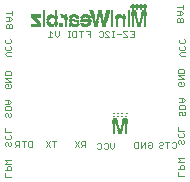
<source format=gbo>
G75*
%MOIN*%
%OFA0B0*%
%FSLAX24Y24*%
%IPPOS*%
%LPD*%
%AMOC8*
5,1,8,0,0,1.08239X$1,22.5*
%
%ADD10C,0.0040*%
%ADD11R,0.0042X0.0007*%
%ADD12R,0.0035X0.0007*%
%ADD13R,0.0028X0.0007*%
%ADD14R,0.0099X0.0007*%
%ADD15R,0.0106X0.0007*%
%ADD16R,0.0092X0.0007*%
%ADD17R,0.0120X0.0007*%
%ADD18R,0.0113X0.0007*%
%ADD19R,0.0085X0.0007*%
%ADD20R,0.0333X0.0007*%
%ADD21R,0.0099X0.0007*%
%ADD22R,0.0106X0.0007*%
%ADD23R,0.0092X0.0007*%
%ADD24R,0.0163X0.0007*%
%ADD25R,0.0149X0.0007*%
%ADD26R,0.0092X0.0007*%
%ADD27R,0.0127X0.0007*%
%ADD28R,0.0333X0.0007*%
%ADD29R,0.0099X0.0007*%
%ADD30R,0.0106X0.0007*%
%ADD31R,0.0092X0.0007*%
%ADD32R,0.0113X0.0007*%
%ADD33R,0.0191X0.0007*%
%ADD34R,0.0177X0.0007*%
%ADD35R,0.0092X0.0007*%
%ADD36R,0.0149X0.0007*%
%ADD37R,0.0333X0.0007*%
%ADD38R,0.0120X0.0007*%
%ADD39R,0.0212X0.0007*%
%ADD40R,0.0191X0.0007*%
%ADD41R,0.0092X0.0007*%
%ADD42R,0.0177X0.0007*%
%ADD43R,0.0120X0.0007*%
%ADD44R,0.0234X0.0007*%
%ADD45R,0.0205X0.0007*%
%ADD46R,0.0099X0.0007*%
%ADD47R,0.0120X0.0007*%
%ADD48R,0.0092X0.0007*%
%ADD49R,0.0113X0.0007*%
%ADD50R,0.0120X0.0007*%
%ADD51R,0.0255X0.0007*%
%ADD52R,0.0220X0.0007*%
%ADD53R,0.0092X0.0007*%
%ADD54R,0.0106X0.0007*%
%ADD55R,0.0198X0.0007*%
%ADD56R,0.0333X0.0007*%
%ADD57R,0.0135X0.0007*%
%ADD58R,0.0127X0.0007*%
%ADD59R,0.0269X0.0007*%
%ADD60R,0.0326X0.0007*%
%ADD61R,0.0212X0.0007*%
%ADD62R,0.0135X0.0007*%
%ADD63R,0.0127X0.0007*%
%ADD64R,0.0127X0.0007*%
%ADD65R,0.0283X0.0007*%
%ADD66R,0.0333X0.0007*%
%ADD67R,0.0227X0.0007*%
%ADD68R,0.0135X0.0007*%
%ADD69R,0.0127X0.0007*%
%ADD70R,0.0290X0.0007*%
%ADD71R,0.0333X0.0007*%
%ADD72R,0.0135X0.0007*%
%ADD73R,0.0297X0.0007*%
%ADD74R,0.0340X0.0007*%
%ADD75R,0.0149X0.0007*%
%ADD76R,0.0135X0.0007*%
%ADD77R,0.0142X0.0007*%
%ADD78R,0.0312X0.0007*%
%ADD79R,0.0156X0.0007*%
%ADD80R,0.0340X0.0007*%
%ADD81R,0.0142X0.0007*%
%ADD82R,0.0120X0.0007*%
%ADD83R,0.0142X0.0007*%
%ADD84R,0.0326X0.0007*%
%ADD85R,0.0149X0.0007*%
%ADD86R,0.0142X0.0007*%
%ADD87R,0.0106X0.0007*%
%ADD88R,0.0127X0.0007*%
%ADD89R,0.0135X0.0007*%
%ADD90R,0.0113X0.0007*%
%ADD91R,0.0163X0.0007*%
%ADD92R,0.0163X0.0007*%
%ADD93R,0.0156X0.0007*%
%ADD94R,0.0113X0.0007*%
%ADD95R,0.0120X0.0007*%
%ADD96R,0.0163X0.0007*%
%ADD97R,0.0163X0.0007*%
%ADD98R,0.0085X0.0007*%
%ADD99R,0.0170X0.0007*%
%ADD100R,0.0177X0.0007*%
%ADD101R,0.0085X0.0007*%
%ADD102R,0.0078X0.0007*%
%ADD103R,0.0177X0.0007*%
%ADD104R,0.0106X0.0007*%
%ADD105R,0.0113X0.0007*%
%ADD106R,0.0085X0.0007*%
%ADD107R,0.0177X0.0007*%
%ADD108R,0.0085X0.0007*%
%ADD109R,0.0177X0.0007*%
%ADD110R,0.0177X0.0007*%
%ADD111R,0.0099X0.0007*%
%ADD112R,0.0184X0.0007*%
%ADD113R,0.0099X0.0007*%
%ADD114R,0.0368X0.0007*%
%ADD115R,0.0191X0.0007*%
%ADD116R,0.0368X0.0007*%
%ADD117R,0.0163X0.0007*%
%ADD118R,0.0184X0.0007*%
%ADD119R,0.0368X0.0007*%
%ADD120R,0.0290X0.0007*%
%ADD121R,0.0113X0.0007*%
%ADD122R,0.0085X0.0007*%
%ADD123R,0.0368X0.0007*%
%ADD124R,0.0276X0.0007*%
%ADD125R,0.0361X0.0007*%
%ADD126R,0.0255X0.0007*%
%ADD127R,0.0085X0.0007*%
%ADD128R,0.0361X0.0007*%
%ADD129R,0.0220X0.0007*%
%ADD130R,0.0361X0.0007*%
%ADD131R,0.0099X0.0007*%
%ADD132R,0.0106X0.0007*%
%ADD133R,0.0106X0.0007*%
%ADD134R,0.0120X0.0007*%
%ADD135R,0.0219X0.0007*%
%ADD136R,0.0142X0.0007*%
%ADD137R,0.0219X0.0007*%
%ADD138R,0.0312X0.0007*%
%ADD139R,0.0219X0.0007*%
%ADD140R,0.0347X0.0007*%
%ADD141R,0.0312X0.0007*%
%ADD142R,0.0304X0.0007*%
%ADD143R,0.0340X0.0007*%
%ADD144R,0.0312X0.0007*%
%ADD145R,0.0234X0.0007*%
%ADD146R,0.0297X0.0007*%
%ADD147R,0.0219X0.0007*%
%ADD148R,0.0312X0.0007*%
%ADD149R,0.0227X0.0007*%
%ADD150R,0.0283X0.0007*%
%ADD151R,0.0290X0.0007*%
%ADD152R,0.0269X0.0007*%
%ADD153R,0.0205X0.0007*%
%ADD154R,0.0184X0.0007*%
%ADD155R,0.0255X0.0007*%
%ADD156R,0.0198X0.0007*%
%ADD157R,0.0191X0.0007*%
%ADD158R,0.0184X0.0007*%
%ADD159R,0.0241X0.0007*%
%ADD160R,0.0255X0.0007*%
%ADD161R,0.0191X0.0007*%
%ADD162R,0.0198X0.0007*%
%ADD163R,0.0184X0.0007*%
%ADD164R,0.0234X0.0007*%
%ADD165R,0.0212X0.0007*%
%ADD166R,0.0184X0.0007*%
%ADD167R,0.0170X0.0007*%
%ADD168R,0.0170X0.0007*%
%ADD169R,0.0156X0.0007*%
%ADD170R,0.0035X0.0007*%
%ADD171R,0.0170X0.0007*%
%ADD172R,0.0042X0.0007*%
%ADD173R,0.0064X0.0007*%
%ADD174R,0.0028X0.0007*%
%ADD175R,0.0035X0.0007*%
%ADD176R,0.0156X0.0007*%
%ADD177R,0.0177X0.0007*%
%ADD178R,0.0170X0.0007*%
%ADD179R,0.0028X0.0007*%
%ADD180R,0.0028X0.0007*%
%ADD181R,0.0057X0.0007*%
%ADD182R,0.0057X0.0007*%
%ADD183R,0.0042X0.0007*%
%ADD184R,0.0043X0.0007*%
%ADD185R,0.0050X0.0007*%
%ADD186R,0.0050X0.0007*%
%ADD187R,0.0043X0.0007*%
%ADD188R,0.0043X0.0007*%
%ADD189R,0.0035X0.0007*%
%ADD190R,0.0035X0.0007*%
%ADD191R,0.0078X0.0007*%
%ADD192R,0.0064X0.0007*%
%ADD193R,0.0099X0.0007*%
%ADD194R,0.0120X0.0007*%
%ADD195R,0.0149X0.0007*%
%ADD196R,0.0085X0.0007*%
%ADD197R,0.0078X0.0007*%
%ADD198R,0.0092X0.0007*%
%ADD199R,0.0092X0.0007*%
%ADD200R,0.0191X0.0007*%
%ADD201R,0.0184X0.0007*%
%ADD202R,0.0184X0.0007*%
%ADD203R,0.0177X0.0007*%
%ADD204R,0.0177X0.0007*%
%ADD205R,0.0170X0.0007*%
%ADD206R,0.0163X0.0007*%
%ADD207R,0.0156X0.0007*%
D10*
X001444Y000550D02*
X001444Y000684D01*
X001444Y000771D02*
X001644Y000771D01*
X001644Y000871D01*
X001611Y000905D01*
X001544Y000905D01*
X001511Y000871D01*
X001511Y000771D01*
X001444Y000550D02*
X001644Y000550D01*
X001644Y000992D02*
X001444Y000992D01*
X001511Y001059D01*
X001444Y001126D01*
X001644Y001126D01*
X001770Y001539D02*
X001836Y001605D01*
X001803Y001605D02*
X001903Y001605D01*
X001903Y001539D02*
X001903Y001739D01*
X001803Y001739D01*
X001770Y001705D01*
X001770Y001639D01*
X001803Y001605D01*
X001636Y001631D02*
X001603Y001598D01*
X001570Y001598D01*
X001536Y001631D01*
X001536Y001698D01*
X001503Y001731D01*
X001470Y001731D01*
X001436Y001698D01*
X001436Y001631D01*
X001470Y001598D01*
X001636Y001631D02*
X001636Y001698D01*
X001603Y001731D01*
X001603Y001819D02*
X001470Y001819D01*
X001436Y001852D01*
X001436Y001919D01*
X001470Y001952D01*
X001436Y002040D02*
X001436Y002173D01*
X001436Y002040D02*
X001636Y002040D01*
X001603Y001952D02*
X001636Y001919D01*
X001636Y001852D01*
X001603Y001819D01*
X001991Y001739D02*
X002124Y001739D01*
X002057Y001739D02*
X002057Y001539D01*
X002212Y001572D02*
X002212Y001705D01*
X002245Y001739D01*
X002345Y001739D01*
X002345Y001539D01*
X002245Y001539D01*
X002212Y001572D01*
X002790Y001539D02*
X002923Y001739D01*
X003011Y001739D02*
X003144Y001739D01*
X003078Y001739D02*
X003078Y001539D01*
X002923Y001539D02*
X002790Y001739D01*
X003754Y001739D02*
X003888Y001539D01*
X003975Y001539D02*
X004042Y001605D01*
X004009Y001605D02*
X004109Y001605D01*
X004109Y001539D02*
X004109Y001739D01*
X004009Y001739D01*
X003975Y001705D01*
X003975Y001639D01*
X004009Y001605D01*
X003888Y001739D02*
X003754Y001539D01*
X004498Y001521D02*
X004531Y001487D01*
X004598Y001487D01*
X004631Y001521D01*
X004631Y001654D01*
X004598Y001688D01*
X004531Y001688D01*
X004498Y001654D01*
X004719Y001654D02*
X004752Y001688D01*
X004819Y001688D01*
X004852Y001654D01*
X004852Y001521D01*
X004819Y001487D01*
X004752Y001487D01*
X004719Y001521D01*
X004940Y001554D02*
X004940Y001688D01*
X005073Y001688D02*
X005073Y001554D01*
X005007Y001487D01*
X004940Y001554D01*
X005746Y001568D02*
X005746Y001701D01*
X005779Y001735D01*
X005879Y001735D01*
X005879Y001535D01*
X005779Y001535D01*
X005746Y001568D01*
X005967Y001535D02*
X005967Y001735D01*
X006100Y001735D02*
X005967Y001535D01*
X006100Y001535D02*
X006100Y001735D01*
X006188Y001701D02*
X006221Y001735D01*
X006288Y001735D01*
X006321Y001701D01*
X006321Y001568D01*
X006288Y001535D01*
X006221Y001535D01*
X006188Y001568D01*
X006188Y001635D01*
X006255Y001635D01*
X006553Y001597D02*
X006553Y001564D01*
X006586Y001531D01*
X006653Y001531D01*
X006687Y001564D01*
X006653Y001631D02*
X006586Y001631D01*
X006553Y001597D01*
X006553Y001698D02*
X006586Y001731D01*
X006653Y001731D01*
X006687Y001698D01*
X006687Y001664D01*
X006653Y001631D01*
X006774Y001731D02*
X006908Y001731D01*
X006841Y001731D02*
X006841Y001531D01*
X006995Y001564D02*
X007028Y001531D01*
X007095Y001531D01*
X007129Y001564D01*
X007129Y001698D01*
X007095Y001731D01*
X007028Y001731D01*
X006995Y001698D01*
X007204Y001690D02*
X007237Y001657D01*
X007204Y001690D02*
X007204Y001757D01*
X007237Y001790D01*
X007271Y001790D01*
X007304Y001757D01*
X007304Y001690D01*
X007337Y001657D01*
X007371Y001657D01*
X007404Y001690D01*
X007404Y001757D01*
X007371Y001790D01*
X007371Y001878D02*
X007237Y001878D01*
X007204Y001911D01*
X007204Y001978D01*
X007237Y002011D01*
X007204Y002099D02*
X007204Y002232D01*
X007204Y002099D02*
X007404Y002099D01*
X007371Y002011D02*
X007404Y001978D01*
X007404Y001911D01*
X007371Y001878D01*
X007404Y001169D02*
X007204Y001169D01*
X007271Y001102D01*
X007204Y001036D01*
X007404Y001036D01*
X007371Y000948D02*
X007304Y000948D01*
X007271Y000915D01*
X007271Y000815D01*
X007204Y000815D02*
X007404Y000815D01*
X007404Y000915D01*
X007371Y000948D01*
X007204Y000727D02*
X007204Y000594D01*
X007404Y000594D01*
X007410Y002602D02*
X007377Y002602D01*
X007343Y002635D01*
X007343Y002702D01*
X007310Y002735D01*
X007277Y002735D01*
X007243Y002702D01*
X007243Y002635D01*
X007277Y002602D01*
X007410Y002602D02*
X007443Y002635D01*
X007443Y002702D01*
X007410Y002735D01*
X007443Y002823D02*
X007243Y002823D01*
X007243Y002923D01*
X007277Y002956D01*
X007410Y002956D01*
X007443Y002923D01*
X007443Y002823D01*
X007377Y003044D02*
X007243Y003044D01*
X007343Y003044D02*
X007343Y003177D01*
X007377Y003177D02*
X007243Y003177D01*
X007377Y003177D02*
X007443Y003110D01*
X007377Y003044D01*
X007371Y003586D02*
X007237Y003586D01*
X007204Y003619D01*
X007204Y003686D01*
X007237Y003719D01*
X007304Y003719D01*
X007304Y003653D01*
X007371Y003719D02*
X007404Y003686D01*
X007404Y003619D01*
X007371Y003586D01*
X007404Y003807D02*
X007204Y003807D01*
X007204Y003940D02*
X007404Y003940D01*
X007404Y004028D02*
X007404Y004128D01*
X007371Y004161D01*
X007237Y004161D01*
X007204Y004128D01*
X007204Y004028D01*
X007404Y004028D01*
X007204Y003940D02*
X007404Y003807D01*
X007443Y004570D02*
X007310Y004570D01*
X007243Y004637D01*
X007310Y004704D01*
X007443Y004704D01*
X007410Y004791D02*
X007277Y004791D01*
X007243Y004824D01*
X007243Y004891D01*
X007277Y004925D01*
X007277Y005012D02*
X007243Y005045D01*
X007243Y005112D01*
X007277Y005146D01*
X007410Y005146D02*
X007443Y005112D01*
X007443Y005045D01*
X007410Y005012D01*
X007277Y005012D01*
X007410Y004925D02*
X007443Y004891D01*
X007443Y004824D01*
X007410Y004791D01*
X007380Y005720D02*
X007180Y005720D01*
X007180Y005820D01*
X007214Y005853D01*
X007247Y005853D01*
X007280Y005820D01*
X007280Y005720D01*
X007280Y005820D02*
X007314Y005853D01*
X007347Y005853D01*
X007380Y005820D01*
X007380Y005720D01*
X007314Y005941D02*
X007180Y005941D01*
X007280Y005941D02*
X007280Y006074D01*
X007314Y006074D02*
X007180Y006074D01*
X007314Y006074D02*
X007380Y006007D01*
X007314Y005941D01*
X007380Y006162D02*
X007380Y006295D01*
X007380Y006228D02*
X007180Y006228D01*
X005724Y005422D02*
X005724Y005222D01*
X005590Y005222D01*
X005503Y005222D02*
X005369Y005222D01*
X005282Y005322D02*
X005148Y005322D01*
X005061Y005222D02*
X004994Y005222D01*
X005027Y005222D02*
X005027Y005422D01*
X004994Y005422D02*
X005061Y005422D01*
X004914Y005389D02*
X004880Y005422D01*
X004813Y005422D01*
X004780Y005389D01*
X004780Y005355D01*
X004914Y005222D01*
X004780Y005222D01*
X004693Y005255D02*
X004659Y005222D01*
X004592Y005222D01*
X004559Y005255D01*
X004693Y005255D02*
X004693Y005389D01*
X004659Y005422D01*
X004592Y005422D01*
X004559Y005389D01*
X004251Y005422D02*
X004251Y005222D01*
X004251Y005322D02*
X004184Y005322D01*
X004251Y005422D02*
X004117Y005422D01*
X004030Y005422D02*
X003896Y005422D01*
X003963Y005422D02*
X003963Y005222D01*
X003809Y005222D02*
X003708Y005222D01*
X003675Y005255D01*
X003675Y005389D01*
X003708Y005422D01*
X003809Y005422D01*
X003809Y005222D01*
X003588Y005222D02*
X003521Y005222D01*
X003554Y005222D02*
X003554Y005422D01*
X003521Y005422D02*
X003588Y005422D01*
X003219Y005422D02*
X003219Y005288D01*
X003153Y005222D01*
X003086Y005288D01*
X003086Y005422D01*
X002998Y005355D02*
X002932Y005422D01*
X002932Y005222D01*
X002998Y005222D02*
X002865Y005222D01*
X001664Y005519D02*
X001664Y005619D01*
X001631Y005653D01*
X001597Y005653D01*
X001564Y005619D01*
X001564Y005519D01*
X001464Y005519D02*
X001464Y005619D01*
X001497Y005653D01*
X001531Y005653D01*
X001564Y005619D01*
X001464Y005519D02*
X001664Y005519D01*
X001597Y005740D02*
X001464Y005740D01*
X001564Y005740D02*
X001564Y005874D01*
X001597Y005874D02*
X001464Y005874D01*
X001597Y005874D02*
X001664Y005807D01*
X001597Y005740D01*
X001664Y005961D02*
X001664Y006095D01*
X001664Y006028D02*
X001464Y006028D01*
X001474Y005148D02*
X001440Y005115D01*
X001440Y005048D01*
X001474Y005014D01*
X001607Y005014D01*
X001640Y005048D01*
X001640Y005115D01*
X001607Y005148D01*
X001607Y004927D02*
X001640Y004894D01*
X001640Y004827D01*
X001607Y004793D01*
X001474Y004793D01*
X001440Y004827D01*
X001440Y004894D01*
X001474Y004927D01*
X001507Y004706D02*
X001440Y004639D01*
X001507Y004572D01*
X001640Y004572D01*
X001640Y004706D02*
X001507Y004706D01*
X001477Y004079D02*
X001611Y004079D01*
X001644Y004045D01*
X001644Y003945D01*
X001444Y003945D01*
X001444Y004045D01*
X001477Y004079D01*
X001444Y003858D02*
X001644Y003858D01*
X001644Y003724D02*
X001444Y003724D01*
X001477Y003637D02*
X001544Y003637D01*
X001544Y003570D01*
X001477Y003637D02*
X001444Y003603D01*
X001444Y003537D01*
X001477Y003503D01*
X001611Y003503D01*
X001644Y003537D01*
X001644Y003603D01*
X001611Y003637D01*
X001644Y003724D02*
X001444Y003858D01*
X001444Y003134D02*
X001578Y003134D01*
X001644Y003067D01*
X001578Y003000D01*
X001444Y003000D01*
X001544Y003000D02*
X001544Y003134D01*
X001477Y002913D02*
X001444Y002879D01*
X001444Y002779D01*
X001644Y002779D01*
X001644Y002879D01*
X001611Y002913D01*
X001477Y002913D01*
X001477Y002692D02*
X001444Y002658D01*
X001444Y002592D01*
X001477Y002558D01*
X001544Y002592D02*
X001544Y002658D01*
X001511Y002692D01*
X001477Y002692D01*
X001544Y002592D02*
X001578Y002558D01*
X001611Y002558D01*
X001644Y002592D01*
X001644Y002658D01*
X001611Y002692D01*
X005369Y005389D02*
X005369Y005422D01*
X005503Y005422D01*
X005590Y005422D02*
X005724Y005422D01*
X005724Y005322D02*
X005657Y005322D01*
X005503Y005255D02*
X005503Y005222D01*
X005503Y005255D02*
X005369Y005389D01*
D11*
X005689Y006141D03*
X005732Y006190D03*
X005732Y006198D03*
X005782Y006198D03*
X005796Y006240D03*
X005866Y006198D03*
X005866Y006190D03*
X005916Y006198D03*
X005930Y006240D03*
X005959Y006141D03*
X006093Y006141D03*
X006136Y006190D03*
X006136Y006198D03*
X006065Y006240D03*
X005824Y006141D03*
X005661Y006240D03*
X005647Y006198D03*
X004110Y005546D03*
D12*
X003781Y005546D03*
X006097Y006290D03*
D13*
X003310Y005950D03*
X002985Y005546D03*
D14*
X002985Y005553D03*
X002871Y005702D03*
X002871Y005716D03*
X002871Y005751D03*
X002871Y005766D03*
X002878Y005815D03*
X002730Y005815D03*
X002730Y005801D03*
X002730Y005766D03*
X002730Y005751D03*
X002730Y005716D03*
X002730Y005702D03*
X002730Y005666D03*
X002730Y005652D03*
X002730Y005624D03*
X002730Y005603D03*
X002730Y005574D03*
X002730Y005553D03*
X002730Y005843D03*
X002730Y005865D03*
X002730Y005893D03*
X002730Y005914D03*
X002730Y005992D03*
X002730Y006021D03*
X002730Y006042D03*
X002730Y006070D03*
X003140Y005801D03*
X003466Y005766D03*
X003466Y005751D03*
X003466Y005716D03*
X003466Y005702D03*
X003466Y005666D03*
X003466Y005652D03*
X003466Y005624D03*
X003466Y005603D03*
X003466Y005574D03*
X003466Y005553D03*
X003615Y005702D03*
X003615Y005716D03*
X003615Y005815D03*
X003615Y005843D03*
X003841Y005843D03*
X003990Y005801D03*
X004004Y005843D03*
X003990Y005666D03*
X003997Y005652D03*
X003848Y005702D03*
X004238Y005666D03*
X004245Y005801D03*
X004245Y005815D03*
X004372Y005843D03*
X004379Y005815D03*
X004387Y005801D03*
X004394Y005766D03*
X004401Y005751D03*
X004521Y005801D03*
X004535Y005865D03*
X004783Y005751D03*
X004726Y005553D03*
X004457Y005553D03*
X005151Y005553D03*
X005151Y005574D03*
X005151Y005603D03*
X005151Y005624D03*
X005151Y005652D03*
X005151Y005666D03*
X005151Y005702D03*
X005151Y005716D03*
X005151Y005751D03*
X005151Y005766D03*
X005151Y005801D03*
X005151Y005815D03*
X005399Y005815D03*
X005399Y005801D03*
X005548Y005801D03*
X005548Y005815D03*
X005548Y005843D03*
X005548Y005865D03*
X005548Y005893D03*
X005548Y005914D03*
X005548Y005992D03*
X005548Y006021D03*
X005548Y006042D03*
X005548Y006070D03*
X005697Y005893D03*
X005697Y005865D03*
X005697Y005843D03*
X005697Y005815D03*
X005697Y005801D03*
X005697Y005766D03*
X005697Y005751D03*
X005697Y005716D03*
X005697Y005702D03*
X005697Y005666D03*
X005697Y005652D03*
X005697Y005624D03*
X005697Y005603D03*
X005697Y005574D03*
X005697Y005553D03*
X005548Y005553D03*
X005548Y005574D03*
X005548Y005603D03*
X005548Y005624D03*
X005548Y005652D03*
X005548Y005666D03*
X005548Y005702D03*
X005548Y005716D03*
X005548Y005751D03*
X005548Y005766D03*
X006100Y005766D03*
X006100Y005751D03*
X006100Y005716D03*
X006100Y005702D03*
X006100Y005666D03*
X006100Y005652D03*
X006100Y005624D03*
X006100Y005603D03*
X006100Y005574D03*
X006100Y005553D03*
X006100Y005801D03*
X006100Y005815D03*
X006100Y005843D03*
X006100Y005865D03*
X006100Y005893D03*
X005470Y002310D03*
X005470Y002282D03*
X005470Y002261D03*
X005470Y002232D03*
X005470Y002218D03*
X005470Y002183D03*
X005470Y002169D03*
X005470Y002133D03*
X005470Y002119D03*
X005470Y002084D03*
X005470Y002070D03*
X005470Y002041D03*
X005470Y002020D03*
X005470Y001992D03*
X005470Y001970D03*
X005067Y001970D03*
X005067Y001992D03*
X005067Y002020D03*
X005067Y002041D03*
X005067Y002070D03*
X005067Y002084D03*
X005067Y002119D03*
X005067Y002133D03*
X005067Y002169D03*
X005067Y002183D03*
X005067Y002218D03*
X005067Y002232D03*
X005067Y002261D03*
X005067Y002282D03*
X005067Y002310D03*
D15*
X005268Y001970D03*
X005898Y005553D03*
X005162Y005843D03*
X004829Y005914D03*
X004822Y005893D03*
X004815Y005865D03*
X004808Y005843D03*
X004801Y005815D03*
X004787Y005766D03*
X004836Y005943D03*
X004369Y005865D03*
X004362Y005893D03*
X004355Y005914D03*
X004234Y005843D03*
X004234Y005652D03*
X004333Y005992D03*
X004326Y006021D03*
X004319Y006042D03*
X004312Y006070D03*
X003618Y005801D03*
X003618Y005666D03*
X003349Y005914D03*
X003137Y005815D03*
X003137Y005666D03*
X003285Y005652D03*
X003285Y005624D03*
X003285Y005603D03*
X003285Y005574D03*
X003285Y005553D03*
X002882Y005666D03*
D16*
X003144Y005702D03*
X003144Y005716D03*
X003144Y005751D03*
X003144Y005766D03*
X003144Y005893D03*
X003144Y005914D03*
X003144Y005943D03*
X003144Y005992D03*
X003144Y006021D03*
X003144Y006042D03*
X003144Y006070D03*
X003470Y005914D03*
X003470Y005893D03*
X003852Y005815D03*
X003994Y005815D03*
X004249Y005702D03*
X004510Y005751D03*
X004510Y005766D03*
X004525Y005815D03*
X004532Y005843D03*
X004652Y005843D03*
X004659Y005815D03*
X004673Y005751D03*
X005006Y005751D03*
X005006Y005766D03*
X005006Y005801D03*
X005006Y005815D03*
X005006Y005843D03*
X005006Y005865D03*
X005006Y005893D03*
X005006Y005914D03*
X005006Y005992D03*
X005006Y006021D03*
X005006Y006042D03*
X005006Y006070D03*
X005403Y005914D03*
X005403Y005893D03*
X005403Y005766D03*
X005403Y005751D03*
X005403Y005716D03*
X005403Y005702D03*
X005403Y005666D03*
X005403Y005652D03*
X005403Y005624D03*
X005403Y005603D03*
X005403Y005574D03*
X005403Y005553D03*
X005006Y005553D03*
X005006Y005574D03*
X005006Y005603D03*
X005006Y005624D03*
X005006Y005652D03*
X005006Y005666D03*
X005006Y005702D03*
X005006Y005716D03*
X005693Y006169D03*
X005962Y006169D03*
X006097Y006169D03*
X005997Y005893D03*
X005990Y005865D03*
X005983Y005843D03*
X005962Y005766D03*
X005962Y005751D03*
X005948Y005702D03*
X005835Y005751D03*
X005806Y005865D03*
X005799Y005893D03*
X003144Y005603D03*
X003144Y005574D03*
X003144Y005553D03*
X005169Y002310D03*
X005176Y002282D03*
X005353Y002261D03*
X005360Y002282D03*
X005368Y002310D03*
X005332Y002183D03*
X005332Y002169D03*
X005318Y002119D03*
X005205Y002169D03*
D17*
X004114Y005553D03*
X004213Y005865D03*
X004114Y005943D03*
X003356Y005893D03*
X003130Y005843D03*
X003130Y005652D03*
X002429Y005801D03*
D18*
X002461Y005766D03*
X002517Y005702D03*
X002560Y005652D03*
X002892Y005652D03*
X002892Y005843D03*
X003622Y005652D03*
X003785Y005553D03*
X003848Y005624D03*
X003834Y005716D03*
X003827Y005865D03*
X004457Y005574D03*
X004726Y005574D03*
X004854Y006021D03*
X004861Y006042D03*
X004868Y006070D03*
X005392Y005843D03*
D19*
X005824Y005801D03*
X005831Y005766D03*
X005973Y005801D03*
X003608Y005553D03*
X005194Y002218D03*
X005201Y002183D03*
X005343Y002218D03*
D20*
X002478Y005553D03*
X002478Y005574D03*
X002478Y005603D03*
X002478Y005624D03*
D21*
X002730Y005610D03*
X002730Y005659D03*
X002730Y005709D03*
X002730Y005759D03*
X002730Y005808D03*
X002730Y005858D03*
X002730Y005907D03*
X002730Y006028D03*
X002730Y006077D03*
X002878Y005808D03*
X002871Y005759D03*
X002871Y005709D03*
X002730Y005560D03*
X003140Y005808D03*
X003466Y005759D03*
X003466Y005709D03*
X003466Y005659D03*
X003466Y005610D03*
X003466Y005560D03*
X003615Y005709D03*
X003615Y005808D03*
X003834Y005858D03*
X003990Y005808D03*
X003997Y005659D03*
X004238Y005659D03*
X004245Y005808D03*
X004372Y005858D03*
X004358Y005907D03*
X004387Y005808D03*
X004457Y005560D03*
X004726Y005560D03*
X004783Y005759D03*
X004797Y005808D03*
X004811Y005858D03*
X005151Y005808D03*
X005151Y005759D03*
X005151Y005709D03*
X005151Y005659D03*
X005151Y005610D03*
X005151Y005560D03*
X005399Y005808D03*
X005548Y005808D03*
X005548Y005759D03*
X005548Y005709D03*
X005548Y005659D03*
X005548Y005610D03*
X005548Y005560D03*
X005697Y005560D03*
X005697Y005610D03*
X005697Y005659D03*
X005697Y005709D03*
X005697Y005759D03*
X005697Y005808D03*
X005697Y005858D03*
X005548Y005858D03*
X005548Y005907D03*
X005548Y006028D03*
X005548Y006077D03*
X006100Y005858D03*
X006100Y005808D03*
X006100Y005759D03*
X006100Y005709D03*
X006100Y005659D03*
X006100Y005610D03*
X006100Y005560D03*
X005470Y002317D03*
X005470Y002303D03*
X005470Y002289D03*
X005470Y002275D03*
X005470Y002268D03*
X005470Y002254D03*
X005470Y002240D03*
X005470Y002225D03*
X005470Y002211D03*
X005470Y002204D03*
X005470Y002190D03*
X005470Y002176D03*
X005470Y002162D03*
X005470Y002155D03*
X005470Y002140D03*
X005470Y002126D03*
X005470Y002112D03*
X005470Y002098D03*
X005470Y002091D03*
X005470Y002077D03*
X005470Y002063D03*
X005470Y002048D03*
X005470Y002034D03*
X005470Y002027D03*
X005470Y002013D03*
X005470Y001999D03*
X005470Y001985D03*
X005470Y001978D03*
X005067Y001978D03*
X005067Y001985D03*
X005067Y001999D03*
X005067Y002013D03*
X005067Y002027D03*
X005067Y002034D03*
X005067Y002048D03*
X005067Y002063D03*
X005067Y002077D03*
X005067Y002091D03*
X005067Y002098D03*
X005067Y002112D03*
X005067Y002126D03*
X005067Y002140D03*
X005067Y002155D03*
X005067Y002162D03*
X005067Y002176D03*
X005067Y002190D03*
X005067Y002204D03*
X005067Y002211D03*
X005067Y002225D03*
X005067Y002240D03*
X005067Y002254D03*
X005067Y002268D03*
X005067Y002275D03*
X005067Y002289D03*
X005067Y002303D03*
X005067Y002317D03*
D22*
X005268Y001985D03*
X005268Y001978D03*
X005898Y005560D03*
X004822Y005907D03*
X004857Y006028D03*
X004326Y006028D03*
X004015Y005858D03*
X003845Y005709D03*
X003618Y005659D03*
X003625Y005858D03*
X003285Y005610D03*
X003285Y005560D03*
X002889Y005659D03*
D23*
X003144Y005709D03*
X003144Y005759D03*
X003144Y005907D03*
X003144Y006028D03*
X003144Y006077D03*
X003470Y005907D03*
X003144Y005560D03*
X004510Y005759D03*
X004525Y005808D03*
X004532Y005858D03*
X004659Y005808D03*
X005006Y005808D03*
X005006Y005759D03*
X005006Y005709D03*
X005006Y005659D03*
X005006Y005610D03*
X005006Y005560D03*
X005403Y005560D03*
X005403Y005610D03*
X005403Y005659D03*
X005403Y005709D03*
X005403Y005759D03*
X005403Y005907D03*
X005006Y005907D03*
X005006Y005858D03*
X005006Y006028D03*
X005006Y006077D03*
X005806Y005858D03*
X005820Y005808D03*
X005948Y005709D03*
X005962Y005759D03*
X005990Y005858D03*
X005368Y002317D03*
X005368Y002303D03*
X005360Y002289D03*
X005360Y002275D03*
X005353Y002268D03*
X005353Y002254D03*
X005339Y002211D03*
X005339Y002204D03*
X005332Y002176D03*
X005325Y002155D03*
X005318Y002126D03*
X005191Y002225D03*
X005183Y002254D03*
X005176Y002275D03*
X005169Y002303D03*
D24*
X005098Y002431D03*
X005098Y002445D03*
X005098Y002452D03*
X005438Y002452D03*
X005438Y002466D03*
X004114Y005560D03*
X005728Y006028D03*
D25*
X003781Y005560D03*
X005268Y002063D03*
X005268Y002048D03*
D26*
X005346Y002225D03*
X005346Y002240D03*
X003611Y005560D03*
X003859Y005659D03*
X004397Y005759D03*
X005976Y005808D03*
D27*
X004592Y006028D03*
X004457Y005610D03*
X002985Y005560D03*
D28*
X003023Y005610D03*
X002478Y005610D03*
X002478Y005560D03*
D29*
X002730Y005567D03*
X002730Y005581D03*
X002730Y005596D03*
X002730Y005617D03*
X002730Y005631D03*
X002730Y005645D03*
X002730Y005674D03*
X002730Y005681D03*
X002730Y005695D03*
X002730Y005723D03*
X002730Y005737D03*
X002730Y005744D03*
X002730Y005773D03*
X002730Y005787D03*
X002730Y005794D03*
X002730Y005822D03*
X002730Y005836D03*
X002730Y005851D03*
X002730Y005872D03*
X002730Y005886D03*
X002730Y005900D03*
X002730Y005921D03*
X002730Y005936D03*
X002730Y005985D03*
X002730Y005999D03*
X002730Y006013D03*
X002730Y006035D03*
X002730Y006049D03*
X002730Y006063D03*
X002871Y005794D03*
X002871Y005787D03*
X002871Y005773D03*
X002871Y005744D03*
X002871Y005737D03*
X002871Y005723D03*
X002878Y005681D03*
X003140Y005681D03*
X003140Y005695D03*
X003140Y005794D03*
X003346Y005921D03*
X003466Y005794D03*
X003466Y005787D03*
X003466Y005773D03*
X003466Y005744D03*
X003466Y005737D03*
X003466Y005723D03*
X003466Y005695D03*
X003466Y005681D03*
X003466Y005674D03*
X003466Y005645D03*
X003466Y005631D03*
X003466Y005617D03*
X003466Y005596D03*
X003466Y005581D03*
X003466Y005567D03*
X003615Y005674D03*
X003615Y005681D03*
X003615Y005695D03*
X003615Y005723D03*
X003615Y005822D03*
X003615Y005836D03*
X003622Y005851D03*
X003841Y005851D03*
X003990Y005794D03*
X003856Y005681D03*
X003856Y005645D03*
X004245Y005674D03*
X004245Y005681D03*
X004245Y005822D03*
X004365Y005872D03*
X004365Y005886D03*
X004358Y005900D03*
X004351Y005936D03*
X004344Y005964D03*
X004337Y005985D03*
X004330Y006013D03*
X004323Y006035D03*
X004316Y006063D03*
X004372Y005851D03*
X004379Y005836D03*
X004379Y005822D03*
X004387Y005794D03*
X004394Y005773D03*
X004401Y005744D03*
X004507Y005744D03*
X004514Y005773D03*
X004776Y005737D03*
X004790Y005787D03*
X004804Y005836D03*
X004819Y005886D03*
X005151Y005794D03*
X005151Y005787D03*
X005151Y005773D03*
X005151Y005744D03*
X005151Y005737D03*
X005151Y005723D03*
X005151Y005695D03*
X005151Y005681D03*
X005151Y005674D03*
X005151Y005645D03*
X005151Y005631D03*
X005151Y005617D03*
X005151Y005596D03*
X005151Y005581D03*
X005151Y005567D03*
X005399Y005794D03*
X005548Y005794D03*
X005548Y005787D03*
X005548Y005773D03*
X005548Y005744D03*
X005548Y005737D03*
X005548Y005723D03*
X005548Y005695D03*
X005548Y005681D03*
X005548Y005674D03*
X005548Y005645D03*
X005548Y005631D03*
X005548Y005617D03*
X005548Y005596D03*
X005548Y005581D03*
X005548Y005567D03*
X005697Y005567D03*
X005697Y005581D03*
X005697Y005596D03*
X005697Y005617D03*
X005697Y005631D03*
X005697Y005645D03*
X005697Y005674D03*
X005697Y005681D03*
X005697Y005695D03*
X005697Y005723D03*
X005697Y005737D03*
X005697Y005744D03*
X005697Y005773D03*
X005697Y005787D03*
X005697Y005794D03*
X005697Y005822D03*
X005697Y005836D03*
X005697Y005851D03*
X005697Y005872D03*
X005697Y005886D03*
X005697Y005900D03*
X005548Y005900D03*
X005548Y005886D03*
X005548Y005872D03*
X005548Y005851D03*
X005548Y005836D03*
X005548Y005822D03*
X005548Y005921D03*
X005548Y005936D03*
X005548Y005985D03*
X005548Y005999D03*
X005548Y006013D03*
X005548Y006035D03*
X005548Y006049D03*
X005548Y006063D03*
X006100Y005900D03*
X006100Y005886D03*
X006100Y005872D03*
X006100Y005851D03*
X006100Y005836D03*
X006100Y005822D03*
X006100Y005794D03*
X006100Y005787D03*
X006100Y005773D03*
X006100Y005744D03*
X006100Y005737D03*
X006100Y005723D03*
X006100Y005695D03*
X006100Y005681D03*
X006100Y005674D03*
X006100Y005645D03*
X006100Y005631D03*
X006100Y005617D03*
X006100Y005596D03*
X006100Y005581D03*
X006100Y005567D03*
D30*
X005898Y005567D03*
X005396Y005822D03*
X005155Y005822D03*
X005155Y005836D03*
X004829Y005921D03*
X004829Y005936D03*
X004836Y005950D03*
X004850Y005999D03*
X004857Y006035D03*
X004865Y006063D03*
X004822Y005900D03*
X004815Y005872D03*
X004808Y005851D03*
X004801Y005822D03*
X004787Y005773D03*
X004780Y005744D03*
X004730Y005567D03*
X004227Y005645D03*
X004234Y005836D03*
X004227Y005851D03*
X004355Y005921D03*
X004341Y005971D03*
X004333Y005999D03*
X004319Y006049D03*
X004001Y005645D03*
X003852Y005631D03*
X003285Y005631D03*
X003285Y005617D03*
X003285Y005596D03*
X003285Y005581D03*
X003285Y005567D03*
X003285Y005645D03*
X003137Y005674D03*
X003137Y005822D03*
X002889Y005836D03*
X002882Y005822D03*
X002882Y005674D03*
D31*
X003144Y005723D03*
X003144Y005737D03*
X003144Y005744D03*
X003144Y005773D03*
X003144Y005787D03*
X003144Y005886D03*
X003144Y005900D03*
X003144Y005921D03*
X003144Y005936D03*
X003144Y005950D03*
X003144Y005964D03*
X003144Y005971D03*
X003144Y005985D03*
X003144Y005999D03*
X003144Y006013D03*
X003144Y006035D03*
X003144Y006049D03*
X003144Y006063D03*
X003470Y005936D03*
X003470Y005921D03*
X003470Y005900D03*
X003845Y005836D03*
X003994Y005822D03*
X004001Y005836D03*
X003986Y005787D03*
X003852Y005695D03*
X004249Y005695D03*
X004404Y005737D03*
X004390Y005787D03*
X004503Y005737D03*
X004518Y005787D03*
X004518Y005794D03*
X004525Y005822D03*
X004532Y005836D03*
X004532Y005851D03*
X004539Y005872D03*
X004539Y005886D03*
X004652Y005851D03*
X004652Y005836D03*
X004659Y005822D03*
X004666Y005787D03*
X005006Y005787D03*
X005006Y005794D03*
X005006Y005773D03*
X005006Y005744D03*
X005006Y005737D03*
X005006Y005723D03*
X005006Y005695D03*
X005006Y005681D03*
X005006Y005674D03*
X005006Y005645D03*
X005006Y005631D03*
X005006Y005617D03*
X005006Y005596D03*
X005006Y005581D03*
X005006Y005567D03*
X005006Y005822D03*
X005006Y005836D03*
X005006Y005851D03*
X005006Y005872D03*
X005006Y005886D03*
X005006Y005900D03*
X005006Y005921D03*
X005006Y005936D03*
X005006Y005985D03*
X005006Y005999D03*
X005006Y006013D03*
X005006Y006035D03*
X005006Y006049D03*
X005006Y006063D03*
X005403Y005936D03*
X005403Y005921D03*
X005403Y005900D03*
X005403Y005886D03*
X005403Y005787D03*
X005403Y005773D03*
X005403Y005744D03*
X005403Y005737D03*
X005403Y005723D03*
X005403Y005695D03*
X005403Y005681D03*
X005403Y005674D03*
X005403Y005645D03*
X005403Y005631D03*
X005403Y005617D03*
X005403Y005596D03*
X005403Y005581D03*
X005403Y005567D03*
X005813Y005836D03*
X005799Y005886D03*
X005983Y005851D03*
X005983Y005836D03*
X005990Y005872D03*
X005997Y005886D03*
X005997Y005900D03*
X005969Y005794D03*
X005969Y005787D03*
X005955Y005737D03*
X003144Y005596D03*
X003144Y005581D03*
X003144Y005567D03*
D32*
X003133Y005836D03*
X003622Y005794D03*
X004457Y005581D03*
X004457Y005567D03*
X004726Y005581D03*
X005165Y005851D03*
X005392Y005836D03*
X004854Y006013D03*
X004861Y006049D03*
X002567Y005645D03*
X002538Y005681D03*
X002411Y005822D03*
D33*
X002981Y005581D03*
X003767Y005744D03*
X004114Y005567D03*
X004454Y005723D03*
X004730Y005723D03*
X005743Y005921D03*
X006054Y005921D03*
X006054Y005936D03*
D34*
X006061Y005985D03*
X006061Y005999D03*
X005898Y005681D03*
X005898Y005674D03*
X004730Y005695D03*
X003781Y005567D03*
D35*
X003859Y005674D03*
X003611Y005737D03*
X003611Y005744D03*
X003611Y005581D03*
X003611Y005567D03*
X002974Y005936D03*
X004645Y005886D03*
X004645Y005872D03*
X005976Y005822D03*
D36*
X005898Y005645D03*
X005898Y005631D03*
X004730Y005645D03*
X004454Y005645D03*
X003116Y005631D03*
X002981Y005567D03*
X002974Y005921D03*
D37*
X003023Y005617D03*
X002478Y005617D03*
X002478Y005596D03*
X002478Y005581D03*
X002478Y005567D03*
X005282Y005872D03*
D38*
X005898Y005574D03*
X004022Y005865D03*
X003632Y005865D03*
X002549Y005666D03*
X002507Y005716D03*
X002415Y005815D03*
X002393Y005843D03*
X005268Y001992D03*
D39*
X004117Y005574D03*
D40*
X004454Y005716D03*
X004588Y005893D03*
X003781Y005574D03*
X005743Y005914D03*
X006054Y005943D03*
X005424Y002360D03*
X005113Y002332D03*
D41*
X005346Y002232D03*
X003611Y005574D03*
X003859Y005652D03*
X003859Y005666D03*
X004645Y005865D03*
X005828Y006169D03*
X005976Y005815D03*
D42*
X005233Y005914D03*
X004454Y005702D03*
X002981Y005574D03*
X002974Y005914D03*
D43*
X002896Y005851D03*
X002896Y005645D03*
X002542Y005674D03*
X002499Y005723D03*
X002457Y005773D03*
X002443Y005787D03*
X002400Y005836D03*
X003625Y005645D03*
X004730Y005596D03*
X005898Y005581D03*
D44*
X004114Y005581D03*
X002974Y005886D03*
D45*
X003781Y005581D03*
D46*
X003856Y005638D03*
X003856Y005688D03*
X003997Y005829D03*
X004238Y005829D03*
X004365Y005879D03*
X004351Y005928D03*
X004344Y005957D03*
X004337Y005978D03*
X004330Y006006D03*
X004379Y005829D03*
X004394Y005780D03*
X004245Y005688D03*
X004790Y005780D03*
X004804Y005829D03*
X005151Y005780D03*
X005151Y005730D03*
X005151Y005688D03*
X005151Y005638D03*
X005151Y005589D03*
X005548Y005589D03*
X005548Y005638D03*
X005548Y005688D03*
X005548Y005730D03*
X005548Y005780D03*
X005548Y005829D03*
X005548Y005879D03*
X005548Y005928D03*
X005548Y006006D03*
X005548Y006056D03*
X005697Y005879D03*
X005697Y005829D03*
X005697Y005780D03*
X005697Y005730D03*
X005697Y005688D03*
X005697Y005638D03*
X005697Y005589D03*
X006100Y005589D03*
X006100Y005638D03*
X006100Y005688D03*
X006100Y005730D03*
X006100Y005780D03*
X006100Y005829D03*
X006100Y005879D03*
X003615Y005829D03*
X003615Y005688D03*
X003466Y005688D03*
X003466Y005730D03*
X003466Y005780D03*
X003466Y005638D03*
X003466Y005589D03*
X003140Y005688D03*
X002878Y005688D03*
X002871Y005730D03*
X002871Y005780D03*
X002730Y005780D03*
X002730Y005829D03*
X002730Y005879D03*
X002730Y005928D03*
X002730Y006006D03*
X002730Y006056D03*
X002730Y005730D03*
X002730Y005688D03*
X002730Y005638D03*
X002730Y005589D03*
D47*
X002903Y005638D03*
X002492Y005730D03*
X002450Y005780D03*
X005898Y005589D03*
D48*
X005955Y005730D03*
X005969Y005780D03*
X005983Y005829D03*
X005990Y005879D03*
X005813Y005829D03*
X005403Y005780D03*
X005403Y005730D03*
X005403Y005688D03*
X005403Y005638D03*
X005403Y005589D03*
X005403Y005879D03*
X005403Y005928D03*
X005006Y005928D03*
X005006Y005879D03*
X005006Y005829D03*
X005006Y005780D03*
X005006Y005730D03*
X005006Y005688D03*
X005006Y005638D03*
X005006Y005589D03*
X004666Y005780D03*
X004518Y005780D03*
X004525Y005829D03*
X004539Y005879D03*
X005006Y006006D03*
X005006Y006056D03*
X005693Y006247D03*
X005962Y006247D03*
X006097Y006247D03*
X003845Y005829D03*
X003470Y005928D03*
X003342Y005928D03*
X003144Y005928D03*
X003144Y005957D03*
X003144Y005978D03*
X003144Y006006D03*
X003144Y006056D03*
X003144Y005780D03*
X003144Y005730D03*
X003144Y005589D03*
D49*
X003133Y005829D03*
X002404Y005829D03*
X004224Y005638D03*
X004726Y005589D03*
D50*
X004454Y005589D03*
X003455Y005829D03*
D51*
X004118Y005589D03*
D52*
X003781Y005589D03*
D53*
X003611Y005589D03*
X003611Y005730D03*
X004645Y005879D03*
X005828Y005780D03*
X005828Y006247D03*
D54*
X005396Y005829D03*
X005155Y005829D03*
X004829Y005928D03*
X004836Y005957D03*
X004850Y006006D03*
X004865Y006056D03*
X004815Y005879D03*
X004319Y006056D03*
X003285Y005638D03*
X003285Y005589D03*
X002882Y005829D03*
D55*
X002977Y005589D03*
D56*
X003023Y005879D03*
X002478Y005589D03*
D57*
X003632Y005787D03*
X005898Y005617D03*
X005898Y005596D03*
D58*
X005385Y005851D03*
X004592Y006035D03*
X004457Y005596D03*
X003820Y005723D03*
X003126Y005645D03*
X003126Y005851D03*
D59*
X003728Y005900D03*
X004117Y005596D03*
D60*
X003728Y005596D03*
D61*
X002977Y005596D03*
D62*
X005898Y005603D03*
X005268Y002020D03*
D63*
X004726Y005603D03*
D64*
X004457Y005603D03*
X004592Y006021D03*
X004592Y006042D03*
D65*
X004117Y005603D03*
X003728Y005893D03*
D66*
X003732Y005603D03*
D67*
X004118Y005914D03*
X002977Y005603D03*
D68*
X005898Y005610D03*
X005268Y002034D03*
X005268Y002027D03*
X005268Y002013D03*
D69*
X004726Y005610D03*
X002907Y005858D03*
D70*
X004114Y005610D03*
D71*
X003732Y005610D03*
D72*
X003448Y005836D03*
X002910Y005631D03*
X004454Y005617D03*
X004730Y005617D03*
D73*
X004117Y005617D03*
D74*
X003735Y005617D03*
D75*
X003441Y005843D03*
X004730Y005652D03*
X005721Y006070D03*
X005898Y005624D03*
X005091Y002487D03*
X005268Y002041D03*
D76*
X004730Y005624D03*
D77*
X004457Y005624D03*
X004592Y005992D03*
D78*
X004117Y005624D03*
D79*
X004457Y005652D03*
X003643Y005624D03*
X005725Y006042D03*
X006072Y006070D03*
X005442Y002487D03*
X005095Y002459D03*
D80*
X003020Y005624D03*
X005279Y005865D03*
D81*
X004726Y005631D03*
X004457Y005631D03*
X004592Y005999D03*
X004592Y006013D03*
X003728Y005936D03*
D82*
X003356Y005900D03*
X004015Y005631D03*
X004213Y005631D03*
X004595Y006049D03*
X002485Y005737D03*
X002478Y005744D03*
X002436Y005794D03*
X002386Y005851D03*
D83*
X003636Y005631D03*
D84*
X002475Y005631D03*
D85*
X004454Y005638D03*
X005898Y005638D03*
D86*
X004726Y005638D03*
X004592Y006006D03*
D87*
X004843Y005978D03*
X004008Y005638D03*
D88*
X003629Y005638D03*
D89*
X003123Y005638D03*
X002974Y005928D03*
X005233Y005928D03*
D90*
X004592Y006056D03*
X002574Y005638D03*
X002531Y005688D03*
D91*
X005898Y005666D03*
X005898Y005652D03*
X005268Y002084D03*
X005268Y002070D03*
D92*
X005268Y002077D03*
X005898Y005659D03*
D93*
X004726Y005659D03*
X004457Y005659D03*
X005095Y002480D03*
X005095Y002466D03*
X005442Y002480D03*
D94*
X003133Y005659D03*
X003353Y005907D03*
X002510Y005709D03*
X002468Y005759D03*
X004224Y005858D03*
D95*
X005169Y005858D03*
X002556Y005659D03*
X005268Y001999D03*
D96*
X005098Y002438D03*
X005438Y002459D03*
X004730Y005666D03*
X004454Y005666D03*
X005728Y006021D03*
X006068Y006042D03*
D97*
X006068Y006049D03*
X006068Y006035D03*
X005728Y006035D03*
X005728Y006013D03*
X005233Y005921D03*
X004730Y005681D03*
X004730Y005674D03*
X004454Y005674D03*
X004454Y005681D03*
D98*
X004656Y005829D03*
X005803Y005879D03*
X005838Y005730D03*
X005852Y005688D03*
X005944Y005688D03*
D99*
X004726Y005688D03*
D100*
X004454Y005688D03*
X003654Y005780D03*
X005735Y005957D03*
X005735Y005978D03*
D101*
X005796Y005900D03*
X005803Y005872D03*
X005810Y005851D03*
X005817Y005822D03*
X005838Y005744D03*
X005838Y005737D03*
X005845Y005723D03*
X005944Y005695D03*
X005951Y005723D03*
X005959Y005744D03*
X005966Y005773D03*
X005959Y006162D03*
X006093Y006162D03*
X005689Y006162D03*
X004663Y005794D03*
X004670Y005773D03*
X004677Y005744D03*
X004677Y005737D03*
X003848Y005822D03*
D102*
X003335Y005936D03*
X005693Y006254D03*
X005693Y006261D03*
X005962Y006261D03*
X005962Y006254D03*
X006097Y006254D03*
X006097Y006261D03*
X005849Y005695D03*
D103*
X005735Y005964D03*
X005735Y005971D03*
X004588Y005921D03*
X004454Y005695D03*
D104*
X004348Y005950D03*
X004008Y005851D03*
X004794Y005794D03*
X004843Y005971D03*
X004843Y005985D03*
X005233Y005936D03*
X002875Y005695D03*
D105*
X002524Y005695D03*
X003459Y005822D03*
X004592Y006063D03*
X004840Y005964D03*
D106*
X004663Y005801D03*
X004670Y005766D03*
X005810Y005843D03*
X005817Y005815D03*
X005845Y005716D03*
X005845Y005702D03*
X005951Y005716D03*
X005180Y002261D03*
X005187Y002232D03*
X005215Y002133D03*
X005215Y002119D03*
X005322Y002133D03*
D107*
X005431Y002410D03*
X004730Y005702D03*
X006061Y005992D03*
D108*
X005845Y005709D03*
X004670Y005759D03*
X005166Y002317D03*
X005173Y002289D03*
X005180Y002268D03*
X005187Y002240D03*
X005208Y002162D03*
X005208Y002155D03*
X005215Y002140D03*
X005215Y002126D03*
X005314Y002112D03*
X005322Y002140D03*
X005329Y002162D03*
X005336Y002190D03*
D109*
X005268Y002098D03*
X005268Y002091D03*
X005431Y002402D03*
X005431Y002417D03*
X004730Y005709D03*
D110*
X004454Y005709D03*
X005106Y002388D03*
X005106Y002381D03*
D111*
X004252Y005709D03*
D112*
X004734Y005716D03*
X005739Y005943D03*
X005109Y002360D03*
D113*
X004252Y005716D03*
D114*
X004117Y005723D03*
X004117Y005737D03*
X004117Y005744D03*
D115*
X004454Y005730D03*
X004730Y005730D03*
X006054Y005928D03*
D116*
X004117Y005730D03*
D117*
X003802Y005730D03*
X006068Y006056D03*
D118*
X006058Y005971D03*
X006058Y005964D03*
X006058Y005950D03*
X005739Y005950D03*
X005739Y005936D03*
X003785Y005737D03*
D119*
X004117Y005751D03*
D120*
X003710Y005751D03*
D121*
X003459Y005815D03*
X002475Y005751D03*
X004592Y006070D03*
X004847Y005992D03*
D122*
X004649Y005858D03*
X005831Y005759D03*
X005194Y002211D03*
X005194Y002204D03*
X005201Y002190D03*
X005201Y002176D03*
D123*
X004117Y005759D03*
D124*
X003703Y005759D03*
D125*
X004121Y005766D03*
D126*
X003693Y005766D03*
D127*
X005824Y005787D03*
X005824Y005794D03*
X005831Y005773D03*
X005824Y006162D03*
D128*
X004121Y005773D03*
D129*
X003675Y005773D03*
D130*
X004121Y005780D03*
D131*
X004252Y005787D03*
X004252Y005794D03*
D132*
X004348Y005943D03*
X004794Y005801D03*
X003463Y005801D03*
X002875Y005801D03*
D133*
X003463Y005808D03*
D134*
X002422Y005808D03*
D135*
X003406Y005851D03*
X003406Y005872D03*
X003406Y005886D03*
D136*
X003119Y005858D03*
X005378Y005858D03*
D137*
X003406Y005858D03*
D138*
X002475Y005858D03*
X002475Y005907D03*
D139*
X002974Y005893D03*
X003406Y005865D03*
X005233Y005893D03*
D140*
X003016Y005865D03*
D141*
X002475Y005865D03*
X002475Y005893D03*
X002475Y005914D03*
D142*
X003732Y005872D03*
X004121Y005872D03*
D143*
X003020Y005872D03*
D144*
X002475Y005872D03*
X002475Y005886D03*
X002475Y005900D03*
X002475Y005921D03*
X002475Y005936D03*
D145*
X005233Y005879D03*
D146*
X004117Y005879D03*
X003728Y005879D03*
D147*
X003406Y005879D03*
D148*
X002475Y005879D03*
X002475Y005928D03*
D149*
X005236Y005886D03*
D150*
X004117Y005886D03*
D151*
X003732Y005886D03*
D152*
X004117Y005893D03*
D153*
X005233Y005900D03*
X002974Y005900D03*
D154*
X004592Y005900D03*
D155*
X004118Y005900D03*
D156*
X006051Y005907D03*
X005421Y002325D03*
D157*
X005424Y002339D03*
X005424Y002353D03*
X005113Y002339D03*
X005113Y002325D03*
X005233Y005907D03*
X005743Y005907D03*
D158*
X004592Y005907D03*
D159*
X004118Y005907D03*
D160*
X003728Y005907D03*
D161*
X002974Y005907D03*
D162*
X006051Y005914D03*
X005421Y002332D03*
D163*
X004592Y005914D03*
D164*
X003732Y005914D03*
D165*
X003728Y005921D03*
X004117Y005921D03*
D166*
X004117Y005928D03*
X003728Y005928D03*
X005739Y005928D03*
X006058Y005957D03*
D167*
X006065Y006006D03*
X005732Y006006D03*
X004592Y005928D03*
D168*
X004592Y005936D03*
X004592Y005950D03*
X005732Y005985D03*
X005732Y005999D03*
X006065Y006013D03*
D169*
X006072Y006063D03*
X005725Y006063D03*
X005725Y006049D03*
X004592Y005985D03*
X004592Y005971D03*
X004592Y005964D03*
X004118Y005936D03*
D170*
X005233Y005943D03*
D171*
X005732Y005992D03*
X006065Y006021D03*
X004592Y005943D03*
X005435Y002438D03*
X005102Y002410D03*
D172*
X003728Y005943D03*
X005647Y006219D03*
X005689Y006283D03*
X005725Y006233D03*
X005732Y006219D03*
X005725Y006183D03*
X005689Y006134D03*
X005782Y006219D03*
X005789Y006233D03*
X005824Y006283D03*
X005859Y006233D03*
X005866Y006219D03*
X005859Y006183D03*
X005824Y006134D03*
X005916Y006219D03*
X005923Y006233D03*
X005959Y006283D03*
X005994Y006233D03*
X005994Y006183D03*
X005959Y006134D03*
X006093Y006134D03*
X006128Y006183D03*
X006128Y006233D03*
X006093Y006283D03*
X006058Y006233D03*
D173*
X005962Y006268D03*
X005828Y006268D03*
X005693Y006268D03*
X003328Y005943D03*
X005049Y002648D03*
X005048Y002546D03*
X005190Y002546D03*
X005337Y002543D03*
X005338Y002646D03*
X005191Y002648D03*
X005482Y002644D03*
X005481Y002542D03*
D174*
X002977Y005943D03*
D175*
X004114Y005950D03*
X005693Y006290D03*
X005828Y006290D03*
X005962Y006290D03*
D176*
X005725Y006056D03*
X004592Y005978D03*
X004592Y005957D03*
D177*
X006061Y005978D03*
D178*
X006065Y006028D03*
X005435Y002445D03*
X005435Y002431D03*
X005102Y002417D03*
X005102Y002402D03*
D179*
X005959Y006127D03*
X006093Y006127D03*
D180*
X005824Y006127D03*
X005689Y006127D03*
D181*
X005689Y006148D03*
X005824Y006148D03*
X005959Y006148D03*
X006093Y006148D03*
D182*
X006093Y006155D03*
X005959Y006155D03*
X005824Y006155D03*
X005689Y006155D03*
D183*
X005661Y006176D03*
X005718Y006176D03*
X005732Y006226D03*
X005689Y006275D03*
X005824Y006275D03*
X005866Y006226D03*
X005930Y006176D03*
X005987Y006176D03*
X006065Y006176D03*
X006121Y006176D03*
X006136Y006226D03*
X006093Y006275D03*
X005959Y006275D03*
X005796Y006176D03*
D184*
X005852Y006176D03*
X006001Y006226D03*
D185*
X006061Y006183D03*
X006139Y006219D03*
X005927Y006183D03*
X005792Y006183D03*
X005658Y006183D03*
D186*
X005651Y006190D03*
X005721Y006240D03*
X005785Y006190D03*
X005856Y006240D03*
X005920Y006190D03*
X005990Y006240D03*
X006054Y006190D03*
X006125Y006240D03*
D187*
X006051Y006198D03*
X006001Y006198D03*
X006001Y006190D03*
D188*
X006001Y006219D03*
X006051Y006219D03*
X005654Y006233D03*
D189*
X005651Y006226D03*
X006054Y006226D03*
D190*
X005920Y006226D03*
X005785Y006226D03*
D191*
X005828Y006254D03*
X005828Y006261D03*
D192*
X006097Y006268D03*
D193*
X005470Y002296D03*
X005470Y002247D03*
X005470Y002197D03*
X005470Y002148D03*
X005470Y002105D03*
X005470Y002055D03*
X005470Y002006D03*
X005067Y002006D03*
X005067Y002055D03*
X005067Y002105D03*
X005067Y002148D03*
X005067Y002197D03*
X005067Y002247D03*
X005067Y002296D03*
D194*
X005268Y002006D03*
D195*
X005268Y002055D03*
D196*
X005222Y002105D03*
X005208Y002148D03*
X005314Y002105D03*
X005173Y002296D03*
D197*
X005219Y002112D03*
X005190Y002553D03*
X005337Y002550D03*
X005337Y002638D03*
X005191Y002641D03*
X005049Y002641D03*
X005048Y002553D03*
X005481Y002549D03*
X005482Y002637D03*
D198*
X005360Y002296D03*
X005353Y002247D03*
X005339Y002197D03*
X005325Y002148D03*
X005183Y002247D03*
D199*
X005198Y002197D03*
D200*
X005424Y002346D03*
D201*
X005428Y002374D03*
X005109Y002346D03*
D202*
X005109Y002353D03*
X005109Y002367D03*
X005428Y002367D03*
X005428Y002381D03*
X005428Y002388D03*
D203*
X005106Y002395D03*
X005106Y002374D03*
D204*
X005431Y002395D03*
D205*
X005435Y002424D03*
X005102Y002424D03*
D206*
X005438Y002473D03*
D207*
X005095Y002473D03*
M02*

</source>
